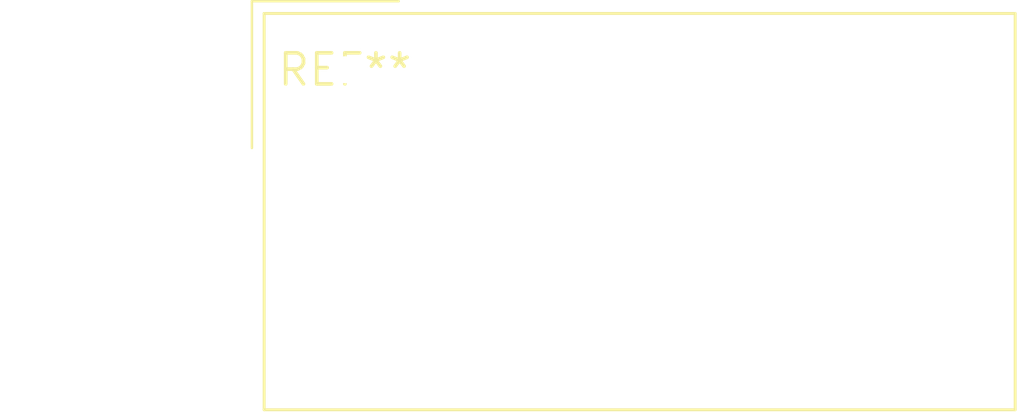
<source format=kicad_pcb>
(kicad_pcb (version 20240108) (generator pcbnew)
  (layers (0 "F.Cu" signal) (31 "B.Cu" signal) (34 "B.Paste" user) (35 "F.Paste" user) (36 "B.SilkS" user "B.Silkscreen") (37 "F.SilkS" user "F.Silkscreen") (38 "B.Mask" user) (39 "F.Mask" user) (44 "Edge.Cuts" user))
  (net 0 "")
  (footprint "Relay_SPST_Zettler-AZSR131" (layer "F.Cu") (at 0 0)
    (property "Reference" "REF**")
    (property "Value" "Relay_SPST_Zettler-AZSR131")
    (fp_line (start -3.8 -2.8) (end -3.8 3.2) (layer "F.SilkS") (stroke (width 0.1)))
    (fp_line (start -3.3 -2.3) (end 27.4 -2.3) (layer "F.SilkS") (stroke (width 0.12)))
    (fp_line (start -3.3 13.9) (end -3.3 -2.3) (layer "F.SilkS") (stroke (width 0.12)))
    (fp_line (start 2.2 -2.8) (end -3.8 -2.8) (layer "F.SilkS") (stroke (width 0.1)))
    (fp_line (start 27.4 -2.3) (end 27.4 13.9) (layer "F.SilkS") (stroke (width 0.12)))
    (fp_line (start 27.4 13.9) (end -3.3 13.9) (layer "F.SilkS") (stroke (width 0.12)))
    (pad "1" thru_hole rect (at 0 0 180) (size 2.1 2.1) (drill 1.1) (layers *.Cu *.Mask) (remove_unused_layers))
    (pad "2" thru_hole circle (at 22 0 180) (size 2.1 2.1) (drill 1.1) (layers *.Cu *.Mask) (remove_unused_layers))
    (pad "3" thru_hole circle (at 25.8 12 180) (size 2.8 2.8) (drill 1.8) (layers *.Cu *.Mask) (remove_unused_layers))
    (pad "4" thru_hole circle (at -1.8 12 180) (size 2.8 2.8) (drill 1.8) (layers *.Cu *.Mask) (remove_unused_layers))
  )
)
</source>
